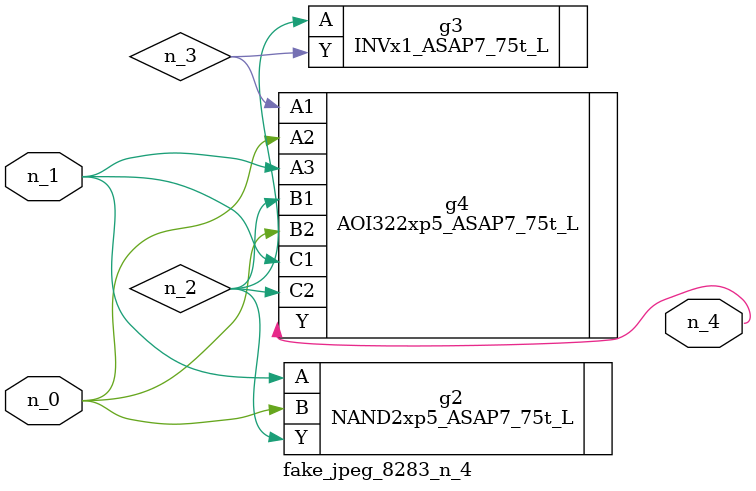
<source format=v>
module fake_jpeg_8283_n_4 (n_0, n_1, n_4);

input n_0;
input n_1;

output n_4;

wire n_2;
wire n_3;

NAND2xp5_ASAP7_75t_L g2 ( 
.A(n_1),
.B(n_0),
.Y(n_2)
);

INVx1_ASAP7_75t_L g3 ( 
.A(n_2),
.Y(n_3)
);

AOI322xp5_ASAP7_75t_L g4 ( 
.A1(n_3),
.A2(n_0),
.A3(n_1),
.B1(n_2),
.B2(n_0),
.C1(n_1),
.C2(n_2),
.Y(n_4)
);


endmodule
</source>
